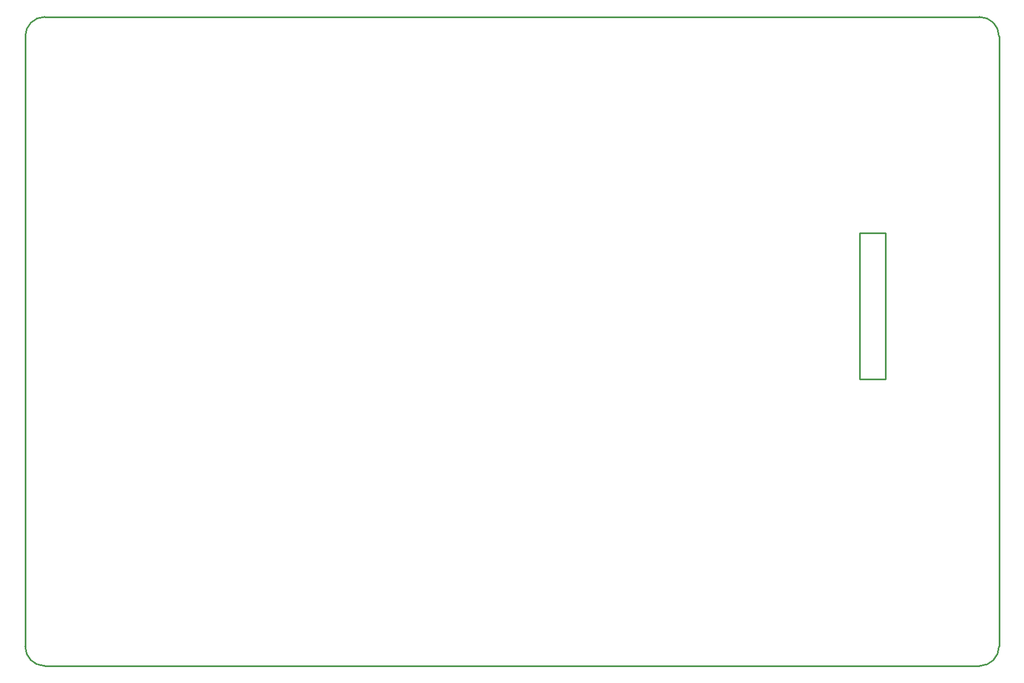
<source format=gko>
%FSAX24Y24*%
%MOIN*%
G70*
G01*
G75*
G04 Layer_Color=16711935*
G04:AMPARAMS|DCode=10|XSize=31.5mil|YSize=31.5mil|CornerRadius=3.9mil|HoleSize=0mil|Usage=FLASHONLY|Rotation=0.000|XOffset=0mil|YOffset=0mil|HoleType=Round|Shape=RoundedRectangle|*
%AMROUNDEDRECTD10*
21,1,0.0315,0.0236,0,0,0.0*
21,1,0.0236,0.0315,0,0,0.0*
1,1,0.0079,0.0118,-0.0118*
1,1,0.0079,-0.0118,-0.0118*
1,1,0.0079,-0.0118,0.0118*
1,1,0.0079,0.0118,0.0118*
%
%ADD10ROUNDEDRECTD10*%
%ADD11O,0.0591X0.0157*%
%ADD12O,0.0591X0.0157*%
G04:AMPARAMS|DCode=13|XSize=120mil|YSize=40mil|CornerRadius=5mil|HoleSize=0mil|Usage=FLASHONLY|Rotation=270.000|XOffset=0mil|YOffset=0mil|HoleType=Round|Shape=RoundedRectangle|*
%AMROUNDEDRECTD13*
21,1,0.1200,0.0300,0,0,270.0*
21,1,0.1100,0.0400,0,0,270.0*
1,1,0.0100,-0.0150,-0.0550*
1,1,0.0100,-0.0150,0.0550*
1,1,0.0100,0.0150,0.0550*
1,1,0.0100,0.0150,-0.0550*
%
%ADD13ROUNDEDRECTD13*%
G04:AMPARAMS|DCode=14|XSize=330mil|YSize=420mil|CornerRadius=41.3mil|HoleSize=0mil|Usage=FLASHONLY|Rotation=270.000|XOffset=0mil|YOffset=0mil|HoleType=Round|Shape=RoundedRectangle|*
%AMROUNDEDRECTD14*
21,1,0.3300,0.3375,0,0,270.0*
21,1,0.2475,0.4200,0,0,270.0*
1,1,0.0825,-0.1688,-0.1238*
1,1,0.0825,-0.1688,0.1238*
1,1,0.0825,0.1688,0.1238*
1,1,0.0825,0.1688,-0.1238*
%
%ADD14ROUNDEDRECTD14*%
%ADD15R,0.0161X0.0540*%
%ADD16R,0.0790X0.0740*%
%ADD17O,0.0787X0.0157*%
%ADD18R,0.0787X0.0157*%
%ADD19O,0.0157X0.0591*%
%ADD20R,0.0591X0.0100*%
%ADD21R,0.0100X0.0591*%
%ADD22R,0.0965X0.0965*%
%ADD23R,0.0748X0.0787*%
%ADD24R,0.0748X0.0512*%
G04:AMPARAMS|DCode=25|XSize=39.4mil|YSize=35.4mil|CornerRadius=4.4mil|HoleSize=0mil|Usage=FLASHONLY|Rotation=270.000|XOffset=0mil|YOffset=0mil|HoleType=Round|Shape=RoundedRectangle|*
%AMROUNDEDRECTD25*
21,1,0.0394,0.0266,0,0,270.0*
21,1,0.0305,0.0354,0,0,270.0*
1,1,0.0089,-0.0133,-0.0153*
1,1,0.0089,-0.0133,0.0153*
1,1,0.0089,0.0133,0.0153*
1,1,0.0089,0.0133,-0.0153*
%
%ADD25ROUNDEDRECTD25*%
G04:AMPARAMS|DCode=26|XSize=50mil|YSize=50mil|CornerRadius=6.3mil|HoleSize=0mil|Usage=FLASHONLY|Rotation=90.000|XOffset=0mil|YOffset=0mil|HoleType=Round|Shape=RoundedRectangle|*
%AMROUNDEDRECTD26*
21,1,0.0500,0.0375,0,0,90.0*
21,1,0.0375,0.0500,0,0,90.0*
1,1,0.0125,0.0188,0.0188*
1,1,0.0125,0.0188,-0.0188*
1,1,0.0125,-0.0188,-0.0188*
1,1,0.0125,-0.0188,0.0188*
%
%ADD26ROUNDEDRECTD26*%
%ADD27R,0.0551X0.0827*%
G04:AMPARAMS|DCode=28|XSize=39.4mil|YSize=35.4mil|CornerRadius=4.4mil|HoleSize=0mil|Usage=FLASHONLY|Rotation=180.000|XOffset=0mil|YOffset=0mil|HoleType=Round|Shape=RoundedRectangle|*
%AMROUNDEDRECTD28*
21,1,0.0394,0.0266,0,0,180.0*
21,1,0.0305,0.0354,0,0,180.0*
1,1,0.0089,-0.0153,0.0133*
1,1,0.0089,0.0153,0.0133*
1,1,0.0089,0.0153,-0.0133*
1,1,0.0089,-0.0153,-0.0133*
%
%ADD28ROUNDEDRECTD28*%
%ADD29R,0.0710X0.0440*%
%ADD30R,0.1250X0.0800*%
%ADD31R,0.0300X0.0300*%
G04:AMPARAMS|DCode=32|XSize=23.6mil|YSize=39.4mil|CornerRadius=3mil|HoleSize=0mil|Usage=FLASHONLY|Rotation=90.000|XOffset=0mil|YOffset=0mil|HoleType=Round|Shape=RoundedRectangle|*
%AMROUNDEDRECTD32*
21,1,0.0236,0.0335,0,0,90.0*
21,1,0.0177,0.0394,0,0,90.0*
1,1,0.0059,0.0167,0.0089*
1,1,0.0059,0.0167,-0.0089*
1,1,0.0059,-0.0167,-0.0089*
1,1,0.0059,-0.0167,0.0089*
%
%ADD32ROUNDEDRECTD32*%
%ADD33R,0.0157X0.0500*%
%ADD34R,0.1043X0.0772*%
%ADD35R,0.0680X0.0880*%
%ADD36R,0.0500X0.0160*%
%ADD37R,0.1380X0.1610*%
%ADD38R,0.0360X0.0500*%
%ADD39R,0.0360X0.0360*%
%ADD40R,0.0860X0.0640*%
G04:AMPARAMS|DCode=41|XSize=55.1mil|YSize=39.4mil|CornerRadius=4.9mil|HoleSize=0mil|Usage=FLASHONLY|Rotation=0.000|XOffset=0mil|YOffset=0mil|HoleType=Round|Shape=RoundedRectangle|*
%AMROUNDEDRECTD41*
21,1,0.0551,0.0295,0,0,0.0*
21,1,0.0453,0.0394,0,0,0.0*
1,1,0.0098,0.0226,-0.0148*
1,1,0.0098,-0.0226,-0.0148*
1,1,0.0098,-0.0226,0.0148*
1,1,0.0098,0.0226,0.0148*
%
%ADD41ROUNDEDRECTD41*%
%ADD42R,0.0354X0.1457*%
%ADD43R,0.1457X0.0354*%
G04:AMPARAMS|DCode=44|XSize=70.9mil|YSize=45.3mil|CornerRadius=5.7mil|HoleSize=0mil|Usage=FLASHONLY|Rotation=90.000|XOffset=0mil|YOffset=0mil|HoleType=Round|Shape=RoundedRectangle|*
%AMROUNDEDRECTD44*
21,1,0.0709,0.0340,0,0,90.0*
21,1,0.0595,0.0453,0,0,90.0*
1,1,0.0113,0.0170,0.0298*
1,1,0.0113,0.0170,-0.0298*
1,1,0.0113,-0.0170,-0.0298*
1,1,0.0113,-0.0170,0.0298*
%
%ADD44ROUNDEDRECTD44*%
G04:AMPARAMS|DCode=45|XSize=55.1mil|YSize=39.4mil|CornerRadius=4.9mil|HoleSize=0mil|Usage=FLASHONLY|Rotation=90.000|XOffset=0mil|YOffset=0mil|HoleType=Round|Shape=RoundedRectangle|*
%AMROUNDEDRECTD45*
21,1,0.0551,0.0295,0,0,90.0*
21,1,0.0453,0.0394,0,0,90.0*
1,1,0.0098,0.0148,0.0226*
1,1,0.0098,0.0148,-0.0226*
1,1,0.0098,-0.0148,-0.0226*
1,1,0.0098,-0.0148,0.0226*
%
%ADD45ROUNDEDRECTD45*%
%ADD46C,0.0750*%
%ADD47C,0.0200*%
%ADD48C,0.0100*%
%ADD49C,0.0600*%
%ADD50C,0.0500*%
%ADD51C,0.0150*%
%ADD52C,0.0080*%
%ADD53C,0.0400*%
%ADD54C,0.0300*%
%ADD55C,0.0350*%
%ADD56C,0.0120*%
%ADD57C,0.1000*%
%ADD58C,0.0250*%
%ADD59C,0.0450*%
%ADD60O,0.0550X0.0800*%
%ADD61O,0.0600X0.0800*%
%ADD62O,0.0591X0.0413*%
%ADD63O,0.0413X0.0591*%
%ADD64C,0.0394*%
%ADD65C,0.0591*%
G04:AMPARAMS|DCode=66|XSize=59.1mil|YSize=59.1mil|CornerRadius=7.4mil|HoleSize=0mil|Usage=FLASHONLY|Rotation=0.000|XOffset=0mil|YOffset=0mil|HoleType=Round|Shape=RoundedRectangle|*
%AMROUNDEDRECTD66*
21,1,0.0591,0.0443,0,0,0.0*
21,1,0.0443,0.0591,0,0,0.0*
1,1,0.0148,0.0221,-0.0221*
1,1,0.0148,-0.0221,-0.0221*
1,1,0.0148,-0.0221,0.0221*
1,1,0.0148,0.0221,0.0221*
%
%ADD66ROUNDEDRECTD66*%
G04:AMPARAMS|DCode=67|XSize=78.7mil|YSize=78.7mil|CornerRadius=19.7mil|HoleSize=0mil|Usage=FLASHONLY|Rotation=0.000|XOffset=0mil|YOffset=0mil|HoleType=Round|Shape=RoundedRectangle|*
%AMROUNDEDRECTD67*
21,1,0.0787,0.0394,0,0,0.0*
21,1,0.0394,0.0787,0,0,0.0*
1,1,0.0394,0.0197,-0.0197*
1,1,0.0394,-0.0197,-0.0197*
1,1,0.0394,-0.0197,0.0197*
1,1,0.0394,0.0197,0.0197*
%
%ADD67ROUNDEDRECTD67*%
G04:AMPARAMS|DCode=68|XSize=78.7mil|YSize=59.1mil|CornerRadius=7.4mil|HoleSize=0mil|Usage=FLASHONLY|Rotation=90.000|XOffset=0mil|YOffset=0mil|HoleType=Round|Shape=RoundedRectangle|*
%AMROUNDEDRECTD68*
21,1,0.0787,0.0443,0,0,90.0*
21,1,0.0640,0.0591,0,0,90.0*
1,1,0.0148,0.0221,0.0320*
1,1,0.0148,0.0221,-0.0320*
1,1,0.0148,-0.0221,-0.0320*
1,1,0.0148,-0.0221,0.0320*
%
%ADD68ROUNDEDRECTD68*%
%ADD69O,0.0591X0.0787*%
%ADD70C,0.0900*%
%ADD71C,0.0800*%
%ADD72O,0.0650X0.0900*%
%ADD73C,0.2087*%
%ADD74C,0.0600*%
%ADD75C,0.0290*%
%ADD76C,0.0300*%
%ADD77C,0.0320*%
%ADD78C,0.0250*%
%ADD79C,0.0310*%
%ADD80C,0.0350*%
%ADD81C,0.0360*%
%ADD82C,0.0098*%
%ADD83C,0.0236*%
%ADD84C,0.0050*%
%ADD85C,0.0197*%
%ADD86C,0.0060*%
%ADD87C,0.0079*%
%ADD88C,0.0070*%
%ADD89C,0.0090*%
%ADD90C,0.0075*%
%ADD91R,0.1022X0.0582*%
%ADD92R,0.0669X0.0738*%
%ADD93R,0.0650X0.0768*%
%ADD94R,0.0738X0.0669*%
%ADD95R,0.0768X0.0650*%
%ADD96R,0.0472X0.0118*%
%ADD97O,0.0551X0.0117*%
%ADD98O,0.0117X0.0551*%
%ADD99R,0.0571X0.0571*%
%ADD100R,0.0523X0.0723*%
G04:AMPARAMS|DCode=101|XSize=118mil|YSize=65mil|CornerRadius=8.1mil|HoleSize=0mil|Usage=FLASHONLY|Rotation=90.000|XOffset=0mil|YOffset=0mil|HoleType=Round|Shape=RoundedRectangle|*
%AMROUNDEDRECTD101*
21,1,0.1180,0.0488,0,0,90.0*
21,1,0.1017,0.0650,0,0,90.0*
1,1,0.0163,0.0244,0.0509*
1,1,0.0163,0.0244,-0.0509*
1,1,0.0163,-0.0244,-0.0509*
1,1,0.0163,-0.0244,0.0509*
%
%ADD101ROUNDEDRECTD101*%
%ADD102R,0.0472X0.1890*%
%ADD103R,0.1890X0.0472*%
G04:AMPARAMS|DCode=104|XSize=39.5mil|YSize=39.5mil|CornerRadius=7.9mil|HoleSize=0mil|Usage=FLASHONLY|Rotation=0.000|XOffset=0mil|YOffset=0mil|HoleType=Round|Shape=RoundedRectangle|*
%AMROUNDEDRECTD104*
21,1,0.0395,0.0236,0,0,0.0*
21,1,0.0236,0.0395,0,0,0.0*
1,1,0.0159,0.0118,-0.0118*
1,1,0.0159,-0.0118,-0.0118*
1,1,0.0159,-0.0118,0.0118*
1,1,0.0159,0.0118,0.0118*
%
%ADD104ROUNDEDRECTD104*%
%ADD105O,0.0671X0.0237*%
%ADD106O,0.0691X0.0257*%
G04:AMPARAMS|DCode=107|XSize=128mil|YSize=48mil|CornerRadius=9mil|HoleSize=0mil|Usage=FLASHONLY|Rotation=270.000|XOffset=0mil|YOffset=0mil|HoleType=Round|Shape=RoundedRectangle|*
%AMROUNDEDRECTD107*
21,1,0.1280,0.0300,0,0,270.0*
21,1,0.1100,0.0480,0,0,270.0*
1,1,0.0180,-0.0150,-0.0550*
1,1,0.0180,-0.0150,0.0550*
1,1,0.0180,0.0150,0.0550*
1,1,0.0180,0.0150,-0.0550*
%
%ADD107ROUNDEDRECTD107*%
G04:AMPARAMS|DCode=108|XSize=338mil|YSize=428mil|CornerRadius=45.3mil|HoleSize=0mil|Usage=FLASHONLY|Rotation=270.000|XOffset=0mil|YOffset=0mil|HoleType=Round|Shape=RoundedRectangle|*
%AMROUNDEDRECTD108*
21,1,0.3380,0.3375,0,0,270.0*
21,1,0.2475,0.4280,0,0,270.0*
1,1,0.0905,-0.1688,-0.1238*
1,1,0.0905,-0.1688,0.1238*
1,1,0.0905,0.1688,0.1238*
1,1,0.0905,0.1688,-0.1238*
%
%ADD108ROUNDEDRECTD108*%
%ADD109R,0.0241X0.0620*%
%ADD110R,0.0870X0.0820*%
%ADD111O,0.0867X0.0237*%
%ADD112R,0.0867X0.0237*%
%ADD113O,0.0237X0.0671*%
%ADD114R,0.0671X0.0180*%
%ADD115R,0.0180X0.0671*%
%ADD116R,0.1045X0.1045*%
%ADD117R,0.0828X0.0867*%
%ADD118R,0.0828X0.0592*%
G04:AMPARAMS|DCode=119|XSize=47.4mil|YSize=43.4mil|CornerRadius=8.4mil|HoleSize=0mil|Usage=FLASHONLY|Rotation=270.000|XOffset=0mil|YOffset=0mil|HoleType=Round|Shape=RoundedRectangle|*
%AMROUNDEDRECTD119*
21,1,0.0474,0.0266,0,0,270.0*
21,1,0.0305,0.0434,0,0,270.0*
1,1,0.0169,-0.0133,-0.0153*
1,1,0.0169,-0.0133,0.0153*
1,1,0.0169,0.0133,0.0153*
1,1,0.0169,0.0133,-0.0153*
%
%ADD119ROUNDEDRECTD119*%
G04:AMPARAMS|DCode=120|XSize=58mil|YSize=58mil|CornerRadius=10.3mil|HoleSize=0mil|Usage=FLASHONLY|Rotation=90.000|XOffset=0mil|YOffset=0mil|HoleType=Round|Shape=RoundedRectangle|*
%AMROUNDEDRECTD120*
21,1,0.0580,0.0375,0,0,90.0*
21,1,0.0375,0.0580,0,0,90.0*
1,1,0.0205,0.0188,0.0188*
1,1,0.0205,0.0188,-0.0188*
1,1,0.0205,-0.0188,-0.0188*
1,1,0.0205,-0.0188,0.0188*
%
%ADD120ROUNDEDRECTD120*%
%ADD121R,0.0631X0.0907*%
G04:AMPARAMS|DCode=122|XSize=47.4mil|YSize=43.4mil|CornerRadius=8.4mil|HoleSize=0mil|Usage=FLASHONLY|Rotation=180.000|XOffset=0mil|YOffset=0mil|HoleType=Round|Shape=RoundedRectangle|*
%AMROUNDEDRECTD122*
21,1,0.0474,0.0266,0,0,180.0*
21,1,0.0305,0.0434,0,0,180.0*
1,1,0.0169,-0.0153,0.0133*
1,1,0.0169,0.0153,0.0133*
1,1,0.0169,0.0153,-0.0133*
1,1,0.0169,-0.0153,-0.0133*
%
%ADD122ROUNDEDRECTD122*%
%ADD123R,0.0790X0.0520*%
%ADD124R,0.1330X0.0880*%
%ADD125R,0.0380X0.0380*%
G04:AMPARAMS|DCode=126|XSize=31.6mil|YSize=47.4mil|CornerRadius=7mil|HoleSize=0mil|Usage=FLASHONLY|Rotation=90.000|XOffset=0mil|YOffset=0mil|HoleType=Round|Shape=RoundedRectangle|*
%AMROUNDEDRECTD126*
21,1,0.0316,0.0335,0,0,90.0*
21,1,0.0177,0.0474,0,0,90.0*
1,1,0.0139,0.0167,0.0089*
1,1,0.0139,0.0167,-0.0089*
1,1,0.0139,-0.0167,-0.0089*
1,1,0.0139,-0.0167,0.0089*
%
%ADD126ROUNDEDRECTD126*%
%ADD127R,0.0217X0.0560*%
%ADD128R,0.1103X0.0832*%
%ADD129R,0.0760X0.0960*%
%ADD130R,0.0580X0.0240*%
%ADD131R,0.1460X0.1690*%
%ADD132R,0.0440X0.0580*%
%ADD133R,0.0440X0.0440*%
%ADD134R,0.0940X0.0720*%
G04:AMPARAMS|DCode=135|XSize=63.1mil|YSize=47.4mil|CornerRadius=8.9mil|HoleSize=0mil|Usage=FLASHONLY|Rotation=0.000|XOffset=0mil|YOffset=0mil|HoleType=Round|Shape=RoundedRectangle|*
%AMROUNDEDRECTD135*
21,1,0.0631,0.0295,0,0,0.0*
21,1,0.0453,0.0474,0,0,0.0*
1,1,0.0178,0.0226,-0.0148*
1,1,0.0178,-0.0226,-0.0148*
1,1,0.0178,-0.0226,0.0148*
1,1,0.0178,0.0226,0.0148*
%
%ADD135ROUNDEDRECTD135*%
%ADD136R,0.0434X0.1537*%
%ADD137R,0.1537X0.0434*%
G04:AMPARAMS|DCode=138|XSize=78.9mil|YSize=53.3mil|CornerRadius=9.7mil|HoleSize=0mil|Usage=FLASHONLY|Rotation=90.000|XOffset=0mil|YOffset=0mil|HoleType=Round|Shape=RoundedRectangle|*
%AMROUNDEDRECTD138*
21,1,0.0789,0.0340,0,0,90.0*
21,1,0.0595,0.0533,0,0,90.0*
1,1,0.0193,0.0170,0.0298*
1,1,0.0193,0.0170,-0.0298*
1,1,0.0193,-0.0170,-0.0298*
1,1,0.0193,-0.0170,0.0298*
%
%ADD138ROUNDEDRECTD138*%
G04:AMPARAMS|DCode=139|XSize=63.1mil|YSize=47.4mil|CornerRadius=8.9mil|HoleSize=0mil|Usage=FLASHONLY|Rotation=90.000|XOffset=0mil|YOffset=0mil|HoleType=Round|Shape=RoundedRectangle|*
%AMROUNDEDRECTD139*
21,1,0.0631,0.0295,0,0,90.0*
21,1,0.0453,0.0474,0,0,90.0*
1,1,0.0178,0.0148,0.0226*
1,1,0.0178,0.0148,-0.0226*
1,1,0.0178,-0.0148,-0.0226*
1,1,0.0178,-0.0148,0.0226*
%
%ADD139ROUNDEDRECTD139*%
%ADD140C,0.0830*%
%ADD141O,0.0630X0.0880*%
%ADD142O,0.0680X0.0880*%
%ADD143O,0.0671X0.0493*%
%ADD144O,0.0493X0.0671*%
%ADD145C,0.0474*%
%ADD146C,0.0671*%
G04:AMPARAMS|DCode=147|XSize=67.1mil|YSize=67.1mil|CornerRadius=11.4mil|HoleSize=0mil|Usage=FLASHONLY|Rotation=0.000|XOffset=0mil|YOffset=0mil|HoleType=Round|Shape=RoundedRectangle|*
%AMROUNDEDRECTD147*
21,1,0.0671,0.0443,0,0,0.0*
21,1,0.0443,0.0671,0,0,0.0*
1,1,0.0228,0.0221,-0.0221*
1,1,0.0228,-0.0221,-0.0221*
1,1,0.0228,-0.0221,0.0221*
1,1,0.0228,0.0221,0.0221*
%
%ADD147ROUNDEDRECTD147*%
G04:AMPARAMS|DCode=148|XSize=86.7mil|YSize=86.7mil|CornerRadius=23.7mil|HoleSize=0mil|Usage=FLASHONLY|Rotation=0.000|XOffset=0mil|YOffset=0mil|HoleType=Round|Shape=RoundedRectangle|*
%AMROUNDEDRECTD148*
21,1,0.0867,0.0394,0,0,0.0*
21,1,0.0394,0.0867,0,0,0.0*
1,1,0.0474,0.0197,-0.0197*
1,1,0.0474,-0.0197,-0.0197*
1,1,0.0474,-0.0197,0.0197*
1,1,0.0474,0.0197,0.0197*
%
%ADD148ROUNDEDRECTD148*%
G04:AMPARAMS|DCode=149|XSize=86.7mil|YSize=67.1mil|CornerRadius=11.4mil|HoleSize=0mil|Usage=FLASHONLY|Rotation=90.000|XOffset=0mil|YOffset=0mil|HoleType=Round|Shape=RoundedRectangle|*
%AMROUNDEDRECTD149*
21,1,0.0867,0.0443,0,0,90.0*
21,1,0.0640,0.0671,0,0,90.0*
1,1,0.0228,0.0221,0.0320*
1,1,0.0228,0.0221,-0.0320*
1,1,0.0228,-0.0221,-0.0320*
1,1,0.0228,-0.0221,0.0320*
%
%ADD149ROUNDEDRECTD149*%
%ADD150O,0.0671X0.0867*%
%ADD151C,0.0980*%
%ADD152C,0.0880*%
%ADD153O,0.0730X0.0980*%
%ADD154C,0.2167*%
%ADD155C,0.0680*%
D48*
X074409Y038583D02*
G03*
X075591Y039764I000000J001181D01*
G01*
X016535Y039764D02*
G03*
X017717Y038583I001181J000000D01*
G01*
Y077953D02*
G03*
X016535Y076772I000000J-001181D01*
G01*
X075591D02*
G03*
X074409Y077953I-001181J000000D01*
G01*
X016535Y039764D02*
Y076772D01*
X017717Y038583D02*
X074409D01*
X017717Y077953D02*
X074409D01*
X075591Y039764D02*
Y076772D01*
X067126Y055984D02*
X068701D01*
Y064843D01*
X067126D02*
X068701D01*
X067126Y055984D02*
Y064843D01*
M02*

</source>
